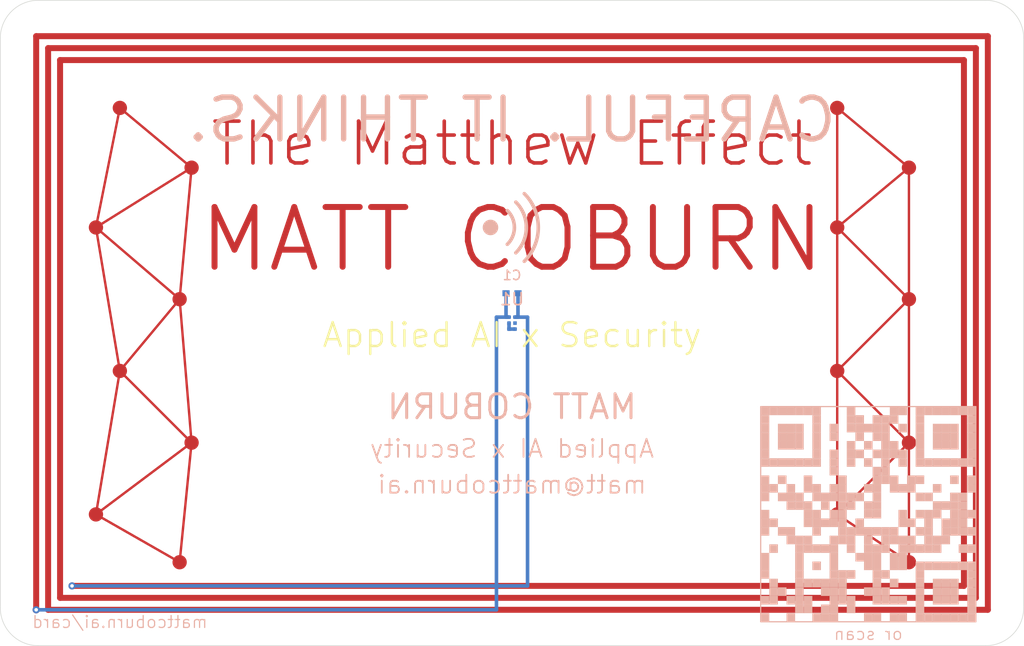
<source format=kicad_pcb>
(kicad_pcb (version 20241229) (generator "pcbnew") (generator_version "9.0")
  (title_block (title "NFC Business Card - Matt Coburn") (date "2026-02-25") (rev "1.0") (comment 1 "Transparent NFC business card for GTC") (comment 2 "NT3H2111 + 47pF tuning cap, 3-turn antenna"))
  (layers (0 "F.Cu" signal "top_copper") (2 "B.Cu" signal "bottom_copper") (13 "F.Paste" user) (15 "B.Paste" user) (5 "F.SilkS" user "F.Silkscreen") (7 "B.SilkS" user "B.Silkscreen") (1 "F.Mask" user) (3 "B.Mask" user) (25 "Edge.Cuts" user))
  (net 0 "")
  (net 1 "antenna")
  (net 2 "GND")
  (gr_line (start 103.18 100) (end 182.42 100) (stroke (width 0.05)) (layer "Edge.Cuts"))
  (gr_line (start 185.6 103.18) (end 185.6 150.8) (stroke (width 0.05)) (layer "Edge.Cuts"))
  (gr_line (start 182.42 153.98) (end 103.18 153.98) (stroke (width 0.05)) (layer "Edge.Cuts"))
  (gr_line (start 100 150.8) (end 100 103.18) (stroke (width 0.05)) (layer "Edge.Cuts"))
  (gr_arc (start 100 103.18) (mid 100.9314 100.9314) (end 103.18 100) (stroke (width 0.05)) (layer "Edge.Cuts"))
  (gr_arc (start 182.42 100) (mid 184.6686 100.9314) (end 185.6 103.18) (stroke (width 0.05)) (layer "Edge.Cuts"))
  (gr_arc (start 185.6 150.8) (mid 184.6686 153.0486) (end 182.42 153.98) (stroke (width 0.05)) (layer "Edge.Cuts"))
  (gr_arc (start 103.18 153.98) (mid 100.9314 153.0486) (end 100 150.8) (stroke (width 0.05)) (layer "Edge.Cuts"))
  (segment (start 103 150.98) (end 103 103) (width 0.5) (layer "F.Cu") (net 1))
  (segment (start 103 103) (end 182.6 103) (width 0.5) (layer "F.Cu") (net 1))
  (segment (start 182.6 103) (end 182.6 150.98) (width 0.5) (layer "F.Cu") (net 1))
  (segment (start 182.6 150.98) (end 104 150.98) (width 0.5) (layer "F.Cu") (net 1))
  (segment (start 104 150.98) (end 104 104) (width 0.5) (layer "F.Cu") (net 1))
  (segment (start 104 104) (end 181.6 104) (width 0.5) (layer "F.Cu") (net 1))
  (segment (start 181.6 104) (end 181.6 149.98) (width 0.5) (layer "F.Cu") (net 1))
  (segment (start 181.6 149.98) (end 105 149.98) (width 0.5) (layer "F.Cu") (net 1))
  (segment (start 105 149.98) (end 105 105) (width 0.5) (layer "F.Cu") (net 1))
  (segment (start 105 105) (end 180.6 105) (width 0.5) (layer "F.Cu") (net 1))
  (segment (start 180.6 105) (end 180.6 148.98) (width 0.5) (layer "F.Cu") (net 1))
  (segment (start 180.6 148.98) (end 106 148.98) (width 0.5) (layer "F.Cu") (net 1))
  (via (at 103 150.98) (size 0.6) (drill 0.3) (layers "F.Cu" "B.Cu") (net 1))
  (via (at 106 148.98) (size 0.6) (drill 0.3) (layers "F.Cu" "B.Cu") (net 1))
  (footprint "NFC:NT3H2111_SOT-886" (layer "B.Cu") (at 142.8 127)
    (property "Reference" "U1" (at 0 -2 0) (layer "B.SilkS") (effects (justify mirror)))
    (property "Value" "NT3H2111")
    (pad "1" smd rect (at -0.25 -0.5) (size 0.3 0.3) (layers "B.Cu" "B.Paste" "B.Mask") (net 1 "antenna"))
    (pad "2" smd rect (at -0.25 0) (size 0.3 0.3) (layers "B.Cu" "B.Paste" "B.Mask") (net 2 "GND"))
    (pad "3" smd rect (at -0.25 0.5) (size 0.3 0.3) (layers "B.Cu" "B.Paste" "B.Mask") (net 2 "GND"))
    (pad "4" smd rect (at 0.25 0.5) (size 0.3 0.3) (layers "B.Cu" "B.Paste" "B.Mask") (net 2 "GND"))
    (pad "5" smd rect (at 0.25 0) (size 0.3 0.3) (layers "B.Cu" "B.Paste" "B.Mask") (net 0 ""))
    (pad "6" smd rect (at 0.25 -0.5) (size 0.3 0.3) (layers "B.Cu" "B.Paste" "B.Mask") (net 1 "antenna"))
  )
  (footprint "Passive:C_0402" (layer "B.Cu") (at 142.8 124.5)
    (property "Reference" "C1" (at 0 -1.5 0) (layer "B.SilkS") (effects (font (size 0.8 0.8) (thickness 0.12)) (justify mirror)))
    (property "Value" "47pF")
    (pad "1" smd rect (at -0.5 0) (size 0.6 0.5) (layers "B.Cu" "B.Paste" "B.Mask") (net 1 "antenna"))
    (pad "2" smd rect (at 0.5 0) (size 0.6 0.5) (layers "B.Cu" "B.Paste" "B.Mask") (net 1 "antenna"))
  )
  (segment (start 103 150.98) (end 141.5 150.98) (width 0.3) (layer "B.Cu") (net 1))
  (segment (start 141.5 150.98) (end 141.5 126.5) (width 0.3) (layer "B.Cu") (net 1))
  (segment (start 141.5 126.5) (end 142.55 126.5) (width 0.3) (layer "B.Cu") (net 1))
  (segment (start 106 148.98) (end 144.1 148.98) (width 0.3) (layer "B.Cu") (net 1))
  (segment (start 144.1 148.98) (end 144.1 126.5) (width 0.3) (layer "B.Cu") (net 1))
  (segment (start 144.1 126.5) (end 143.05 126.5) (width 0.3) (layer "B.Cu") (net 1))
  (segment (start 142.55 126.5) (end 142.3 126.5) (width 0.3) (layer "B.Cu") (net 1))
  (segment (start 142.3 126.5) (end 142.3 124.5) (width 0.3) (layer "B.Cu") (net 1))
  (segment (start 143.05 126.5) (end 143.3 126.5) (width 0.3) (layer "B.Cu") (net 1))
  (segment (start 143.3 126.5) (end 143.3 124.5) (width 0.3) (layer "B.Cu") (net 1))
  (segment (start 142.55 127) (end 142.55 127.5) (width 0.3) (layer "B.Cu") (net 2))
  (segment (start 142.55 127.5) (end 143.05 127.5) (width 0.3) (layer "B.Cu") (net 2))
  (gr_text "The Matthew Effect" (at 142.8 112 0) (layer "F.Cu") (effects (font (size 3.5 3.5) (thickness 0.3))))
  (gr_text "MATT COBURN" (at 142.8 120 0) (layer "F.Cu") (effects (font (size 5 5) (thickness 0.5))))
  (gr_text "Applied AI x Security" (at 142.8 128 0) (layer "F.SilkS") (effects (font (size 2 2) (thickness 0.2))))
  (gr_text "CAREFUL. IT THINKS." (at 142.8 110 0) (layer "B.SilkS") (effects (font (size 3.5 3.5) (thickness 0.45) (bold yes)) (justify mirror)))
  (gr_circle (center 141 119) (end 141.5 119) (stroke (width 0.3)) (fill solid) (layer "B.SilkS"))
  (gr_arc (start 142.41 120.41) (mid 143 119) (end 142.41 117.59) (stroke (width 0.3)) (layer "B.SilkS"))
  (gr_arc (start 143.12 121.12) (mid 144 119) (end 143.12 116.88) (stroke (width 0.3)) (layer "B.SilkS"))
  (gr_arc (start 143.83 121.83) (mid 145 119) (end 143.83 116.17) (stroke (width 0.3)) (layer "B.SilkS"))
  (gr_text "MATT COBURN" (at 142.8 134 0) (layer "B.SilkS") (effects (font (size 2 2) (thickness 0.25) (bold yes)) (justify mirror)))
  (gr_text "Applied AI x Security" (at 142.8 137.5 0) (layer "B.SilkS") (effects (font (size 1.5 1.5)) (justify mirror)))
  (gr_text "matt@mattcoburn.ai" (at 142.8 140.5 0) (layer "B.SilkS") (effects (font (size 1.5 1.5)) (justify mirror)))
  (gr_text "mattcoburn.ai/card" (at 110 152 0) (layer "B.SilkS") (effects (font (size 1 1) (thickness 0.1)) (justify mirror)))
  (gr_rect (start 163.6 133.98) (end 181.6 151.98) (fill none) (layer "B.SilkS"))
  (gr_text "or scan" (at 172.6 153 0) (layer "B.SilkS") (effects (font (size 1 1) (thickness 0.1)) (justify mirror)))
  (gr_circle (center 110 109) (end 110.5 109) (stroke (width 0.2)) (fill solid) (layer "F.Cu"))
  (gr_circle (center 116 114) (end 116.5 114) (stroke (width 0.2)) (fill solid) (layer "F.Cu"))
  (gr_circle (center 108 119) (end 108.5 119) (stroke (width 0.2)) (fill solid) (layer "F.Cu"))
  (gr_circle (center 115 125) (end 115.5 125) (stroke (width 0.2)) (fill solid) (layer "F.Cu"))
  (gr_circle (center 110 131) (end 110.5 131) (stroke (width 0.2)) (fill solid) (layer "F.Cu"))
  (gr_circle (center 116 137) (end 116.5 137) (stroke (width 0.2)) (fill solid) (layer "F.Cu"))
  (gr_circle (center 108 143) (end 108.5 143) (stroke (width 0.2)) (fill solid) (layer "F.Cu"))
  (gr_circle (center 115 147) (end 115.5 147) (stroke (width 0.2)) (fill solid) (layer "F.Cu"))
  (gr_circle (center 170 109) (end 170.5 109) (stroke (width 0.2)) (fill solid) (layer "F.Cu"))
  (gr_circle (center 176 114) (end 176.5 114) (stroke (width 0.2)) (fill solid) (layer "F.Cu"))
  (gr_circle (center 170 119) (end 170.5 119) (stroke (width 0.2)) (fill solid) (layer "F.Cu"))
  (gr_circle (center 176 125) (end 176.5 125) (stroke (width 0.2)) (fill solid) (layer "F.Cu"))
  (gr_circle (center 170 131) (end 170.5 131) (stroke (width 0.2)) (fill solid) (layer "F.Cu"))
  (gr_circle (center 176 137) (end 176.5 137) (stroke (width 0.2)) (fill solid) (layer "F.Cu"))
  (gr_circle (center 170 143) (end 170.5 143) (stroke (width 0.2)) (fill solid) (layer "F.Cu"))
  (gr_circle (center 176 147) (end 176.5 147) (stroke (width 0.2)) (fill solid) (layer "F.Cu"))
  (segment (start 110 109) (end 116 114) (width 0.2) (layer "F.Cu") (net 0))
  (segment (start 110 109) (end 108 119) (width 0.2) (layer "F.Cu") (net 0))
  (segment (start 116 114) (end 108 119) (width 0.2) (layer "F.Cu") (net 0))
  (segment (start 116 114) (end 115 125) (width 0.2) (layer "F.Cu") (net 0))
  (segment (start 108 119) (end 115 125) (width 0.2) (layer "F.Cu") (net 0))
  (segment (start 108 119) (end 110 131) (width 0.2) (layer "F.Cu") (net 0))
  (segment (start 115 125) (end 110 131) (width 0.2) (layer "F.Cu") (net 0))
  (segment (start 115 125) (end 116 137) (width 0.2) (layer "F.Cu") (net 0))
  (segment (start 110 131) (end 116 137) (width 0.2) (layer "F.Cu") (net 0))
  (segment (start 110 131) (end 108 143) (width 0.2) (layer "F.Cu") (net 0))
  (segment (start 116 137) (end 108 143) (width 0.2) (layer "F.Cu") (net 0))
  (segment (start 116 137) (end 115 147) (width 0.2) (layer "F.Cu") (net 0))
  (segment (start 108 143) (end 115 147) (width 0.2) (layer "F.Cu") (net 0))
  (segment (start 170 109) (end 176 114) (width 0.2) (layer "F.Cu") (net 0))
  (segment (start 170 109) (end 170 119) (width 0.2) (layer "F.Cu") (net 0))
  (segment (start 176 114) (end 170 119) (width 0.2) (layer "F.Cu") (net 0))
  (segment (start 176 114) (end 176 125) (width 0.2) (layer "F.Cu") (net 0))
  (segment (start 170 119) (end 176 125) (width 0.2) (layer "F.Cu") (net 0))
  (segment (start 170 119) (end 170 131) (width 0.2) (layer "F.Cu") (net 0))
  (segment (start 176 125) (end 170 131) (width 0.2) (layer "F.Cu") (net 0))
  (segment (start 176 125) (end 176 137) (width 0.2) (layer "F.Cu") (net 0))
  (segment (start 170 131) (end 176 137) (width 0.2) (layer "F.Cu") (net 0))
  (segment (start 170 131) (end 170 143) (width 0.2) (layer "F.Cu") (net 0))
  (segment (start 176 137) (end 170 143) (width 0.2) (layer "F.Cu") (net 0))
  (segment (start 176 137) (end 176 147) (width 0.2) (layer "F.Cu") (net 0))
  (segment (start 170 143) (end 176 147) (width 0.2) (layer "F.Cu") (net 0))
  (gr_rect (start 180.88 133.98) (end 181.6 134.7) (fill solid) (layer "B.SilkS"))
  (gr_rect (start 180.16 133.98) (end 180.88 134.7) (fill solid) (layer "B.SilkS"))
  (gr_rect (start 179.44 133.98) (end 180.16 134.7) (fill solid) (layer "B.SilkS"))
  (gr_rect (start 178.72 133.98) (end 179.44 134.7) (fill solid) (layer "B.SilkS"))
  (gr_rect (start 178.0 133.98) (end 178.72 134.7) (fill solid) (layer "B.SilkS"))
  (gr_rect (start 177.28 133.98) (end 178.0 134.7) (fill solid) (layer "B.SilkS"))
  (gr_rect (start 176.56 133.98) (end 177.28 134.7) (fill solid) (layer "B.SilkS"))
  (gr_rect (start 175.12 133.98) (end 175.84 134.7) (fill solid) (layer "B.SilkS"))
  (gr_rect (start 174.4 133.98) (end 175.12 134.7) (fill solid) (layer "B.SilkS"))
  (gr_rect (start 170.8 133.98) (end 171.52 134.7) (fill solid) (layer "B.SilkS"))
  (gr_rect (start 167.92 133.98) (end 168.64 134.7) (fill solid) (layer "B.SilkS"))
  (gr_rect (start 167.2 133.98) (end 167.92 134.7) (fill solid) (layer "B.SilkS"))
  (gr_rect (start 166.48 133.98) (end 167.2 134.7) (fill solid) (layer "B.SilkS"))
  (gr_rect (start 165.76 133.98) (end 166.48 134.7) (fill solid) (layer "B.SilkS"))
  (gr_rect (start 165.04 133.98) (end 165.76 134.7) (fill solid) (layer "B.SilkS"))
  (gr_rect (start 164.32 133.98) (end 165.04 134.7) (fill solid) (layer "B.SilkS"))
  (gr_rect (start 163.6 133.98) (end 164.32 134.7) (fill solid) (layer "B.SilkS"))
  (gr_rect (start 180.88 134.7) (end 181.6 135.42) (fill solid) (layer "B.SilkS"))
  (gr_rect (start 176.56 134.7) (end 177.28 135.42) (fill solid) (layer "B.SilkS"))
  (gr_rect (start 174.4 134.7) (end 175.12 135.42) (fill solid) (layer "B.SilkS"))
  (gr_rect (start 173.68 134.7) (end 174.4 135.42) (fill solid) (layer "B.SilkS"))
  (gr_rect (start 172.96 134.7) (end 173.68 135.42) (fill solid) (layer "B.SilkS"))
  (gr_rect (start 171.52 134.7) (end 172.24 135.42) (fill solid) (layer "B.SilkS"))
  (gr_rect (start 170.8 134.7) (end 171.52 135.42) (fill solid) (layer "B.SilkS"))
  (gr_rect (start 167.92 134.7) (end 168.64 135.42) (fill solid) (layer "B.SilkS"))
  (gr_rect (start 163.6 134.7) (end 164.32 135.42) (fill solid) (layer "B.SilkS"))
  (gr_rect (start 180.88 135.42) (end 181.6 136.14) (fill solid) (layer "B.SilkS"))
  (gr_rect (start 179.44 135.42) (end 180.16 136.14) (fill solid) (layer "B.SilkS"))
  (gr_rect (start 178.72 135.42) (end 179.44 136.14) (fill solid) (layer "B.SilkS"))
  (gr_rect (start 178.0 135.42) (end 178.72 136.14) (fill solid) (layer "B.SilkS"))
  (gr_rect (start 176.56 135.42) (end 177.28 136.14) (fill solid) (layer "B.SilkS"))
  (gr_rect (start 175.12 135.42) (end 175.84 136.14) (fill solid) (layer "B.SilkS"))
  (gr_rect (start 173.68 135.42) (end 174.4 136.14) (fill solid) (layer "B.SilkS"))
  (gr_rect (start 172.96 135.42) (end 173.68 136.14) (fill solid) (layer "B.SilkS"))
  (gr_rect (start 172.24 135.42) (end 172.96 136.14) (fill solid) (layer "B.SilkS"))
  (gr_rect (start 171.52 135.42) (end 172.24 136.14) (fill solid) (layer "B.SilkS"))
  (gr_rect (start 170.8 135.42) (end 171.52 136.14) (fill solid) (layer "B.SilkS"))
  (gr_rect (start 169.36 135.42) (end 170.08 136.14) (fill solid) (layer "B.SilkS"))
  (gr_rect (start 167.92 135.42) (end 168.64 136.14) (fill solid) (layer "B.SilkS"))
  (gr_rect (start 166.48 135.42) (end 167.2 136.14) (fill solid) (layer "B.SilkS"))
  (gr_rect (start 165.76 135.42) (end 166.48 136.14) (fill solid) (layer "B.SilkS"))
  (gr_rect (start 165.04 135.42) (end 165.76 136.14) (fill solid) (layer "B.SilkS"))
  (gr_rect (start 163.6 135.42) (end 164.32 136.14) (fill solid) (layer "B.SilkS"))
  (gr_rect (start 180.88 136.14) (end 181.6 136.86) (fill solid) (layer "B.SilkS"))
  (gr_rect (start 179.44 136.14) (end 180.16 136.86) (fill solid) (layer "B.SilkS"))
  (gr_rect (start 178.72 136.14) (end 179.44 136.86) (fill solid) (layer "B.SilkS"))
  (gr_rect (start 178.0 136.14) (end 178.72 136.86) (fill solid) (layer "B.SilkS"))
  (gr_rect (start 176.56 136.14) (end 177.28 136.86) (fill solid) (layer "B.SilkS"))
  (gr_rect (start 173.68 136.14) (end 174.4 136.86) (fill solid) (layer "B.SilkS"))
  (gr_rect (start 172.96 136.14) (end 173.68 136.86) (fill solid) (layer "B.SilkS"))
  (gr_rect (start 171.52 136.14) (end 172.24 136.86) (fill solid) (layer "B.SilkS"))
  (gr_rect (start 169.36 136.14) (end 170.08 136.86) (fill solid) (layer "B.SilkS"))
  (gr_rect (start 167.92 136.14) (end 168.64 136.86) (fill solid) (layer "B.SilkS"))
  (gr_rect (start 166.48 136.14) (end 167.2 136.86) (fill solid) (layer "B.SilkS"))
  (gr_rect (start 165.76 136.14) (end 166.48 136.86) (fill solid) (layer "B.SilkS"))
  (gr_rect (start 165.04 136.14) (end 165.76 136.86) (fill solid) (layer "B.SilkS"))
  (gr_rect (start 163.6 136.14) (end 164.32 136.86) (fill solid) (layer "B.SilkS"))
  (gr_rect (start 180.88 136.86) (end 181.6 137.58) (fill solid) (layer "B.SilkS"))
  (gr_rect (start 179.44 136.86) (end 180.16 137.58) (fill solid) (layer "B.SilkS"))
  (gr_rect (start 178.72 136.86) (end 179.44 137.58) (fill solid) (layer "B.SilkS"))
  (gr_rect (start 178.0 136.86) (end 178.72 137.58) (fill solid) (layer "B.SilkS"))
  (gr_rect (start 176.56 136.86) (end 177.28 137.58) (fill solid) (layer "B.SilkS"))
  (gr_rect (start 174.4 136.86) (end 175.12 137.58) (fill solid) (layer "B.SilkS"))
  (gr_rect (start 173.68 136.86) (end 174.4 137.58) (fill solid) (layer "B.SilkS"))
  (gr_rect (start 172.24 136.86) (end 172.96 137.58) (fill solid) (layer "B.SilkS"))
  (gr_rect (start 170.8 136.86) (end 171.52 137.58) (fill solid) (layer "B.SilkS"))
  (gr_rect (start 167.92 136.86) (end 168.64 137.58) (fill solid) (layer "B.SilkS"))
  (gr_rect (start 166.48 136.86) (end 167.2 137.58) (fill solid) (layer "B.SilkS"))
  (gr_rect (start 165.76 136.86) (end 166.48 137.58) (fill solid) (layer "B.SilkS"))
  (gr_rect (start 165.04 136.86) (end 165.76 137.58) (fill solid) (layer "B.SilkS"))
  (gr_rect (start 163.6 136.86) (end 164.32 137.58) (fill solid) (layer "B.SilkS"))
  (gr_rect (start 180.88 137.58) (end 181.6 138.3) (fill solid) (layer "B.SilkS"))
  (gr_rect (start 176.56 137.58) (end 177.28 138.3) (fill solid) (layer "B.SilkS"))
  (gr_rect (start 175.12 137.58) (end 175.84 138.3) (fill solid) (layer "B.SilkS"))
  (gr_rect (start 174.4 137.58) (end 175.12 138.3) (fill solid) (layer "B.SilkS"))
  (gr_rect (start 173.68 137.58) (end 174.4 138.3) (fill solid) (layer "B.SilkS"))
  (gr_rect (start 172.96 137.58) (end 173.68 138.3) (fill solid) (layer "B.SilkS"))
  (gr_rect (start 171.52 137.58) (end 172.24 138.3) (fill solid) (layer "B.SilkS"))
  (gr_rect (start 170.8 137.58) (end 171.52 138.3) (fill solid) (layer "B.SilkS"))
  (gr_rect (start 169.36 137.58) (end 170.08 138.3) (fill solid) (layer "B.SilkS"))
  (gr_rect (start 167.92 137.58) (end 168.64 138.3) (fill solid) (layer "B.SilkS"))
  (gr_rect (start 163.6 137.58) (end 164.32 138.3) (fill solid) (layer "B.SilkS"))
  (gr_rect (start 180.88 138.3) (end 181.6 139.02) (fill solid) (layer "B.SilkS"))
  (gr_rect (start 180.16 138.3) (end 180.88 139.02) (fill solid) (layer "B.SilkS"))
  (gr_rect (start 179.44 138.3) (end 180.16 139.02) (fill solid) (layer "B.SilkS"))
  (gr_rect (start 178.72 138.3) (end 179.44 139.02) (fill solid) (layer "B.SilkS"))
  (gr_rect (start 178.0 138.3) (end 178.72 139.02) (fill solid) (layer "B.SilkS"))
  (gr_rect (start 177.28 138.3) (end 178.0 139.02) (fill solid) (layer "B.SilkS"))
  (gr_rect (start 176.56 138.3) (end 177.28 139.02) (fill solid) (layer "B.SilkS"))
  (gr_rect (start 175.12 138.3) (end 175.84 139.02) (fill solid) (layer "B.SilkS"))
  (gr_rect (start 173.68 138.3) (end 174.4 139.02) (fill solid) (layer "B.SilkS"))
  (gr_rect (start 172.24 138.3) (end 172.96 139.02) (fill solid) (layer "B.SilkS"))
  (gr_rect (start 170.8 138.3) (end 171.52 139.02) (fill solid) (layer "B.SilkS"))
  (gr_rect (start 169.36 138.3) (end 170.08 139.02) (fill solid) (layer "B.SilkS"))
  (gr_rect (start 167.92 138.3) (end 168.64 139.02) (fill solid) (layer "B.SilkS"))
  (gr_rect (start 167.2 138.3) (end 167.92 139.02) (fill solid) (layer "B.SilkS"))
  (gr_rect (start 166.48 138.3) (end 167.2 139.02) (fill solid) (layer "B.SilkS"))
  (gr_rect (start 165.76 138.3) (end 166.48 139.02) (fill solid) (layer "B.SilkS"))
  (gr_rect (start 165.04 138.3) (end 165.76 139.02) (fill solid) (layer "B.SilkS"))
  (gr_rect (start 164.32 138.3) (end 165.04 139.02) (fill solid) (layer "B.SilkS"))
  (gr_rect (start 163.6 138.3) (end 164.32 139.02) (fill solid) (layer "B.SilkS"))
  (gr_rect (start 173.68 139.02) (end 174.4 139.74) (fill solid) (layer "B.SilkS"))
  (gr_rect (start 172.96 139.02) (end 173.68 139.74) (fill solid) (layer "B.SilkS"))
  (gr_rect (start 169.36 139.02) (end 170.08 139.74) (fill solid) (layer "B.SilkS"))
  (gr_rect (start 180.88 139.74) (end 181.6 140.46) (fill solid) (layer "B.SilkS"))
  (gr_rect (start 179.44 139.74) (end 180.16 140.46) (fill solid) (layer "B.SilkS"))
  (gr_rect (start 176.56 139.74) (end 177.28 140.46) (fill solid) (layer "B.SilkS"))
  (gr_rect (start 175.84 139.74) (end 176.56 140.46) (fill solid) (layer "B.SilkS"))
  (gr_rect (start 174.4 139.74) (end 175.12 140.46) (fill solid) (layer "B.SilkS"))
  (gr_rect (start 173.68 139.74) (end 174.4 140.46) (fill solid) (layer "B.SilkS"))
  (gr_rect (start 172.96 139.74) (end 173.68 140.46) (fill solid) (layer "B.SilkS"))
  (gr_rect (start 170.08 139.74) (end 170.8 140.46) (fill solid) (layer "B.SilkS"))
  (gr_rect (start 167.2 139.74) (end 167.92 140.46) (fill solid) (layer "B.SilkS"))
  (gr_rect (start 165.04 139.74) (end 165.76 140.46) (fill solid) (layer "B.SilkS"))
  (gr_rect (start 163.6 139.74) (end 164.32 140.46) (fill solid) (layer "B.SilkS"))
  (gr_rect (start 180.88 140.46) (end 181.6 141.18) (fill solid) (layer "B.SilkS"))
  (gr_rect (start 178.0 140.46) (end 178.72 141.18) (fill solid) (layer "B.SilkS"))
  (gr_rect (start 175.84 140.46) (end 176.56 141.18) (fill solid) (layer "B.SilkS"))
  (gr_rect (start 175.12 140.46) (end 175.84 141.18) (fill solid) (layer "B.SilkS"))
  (gr_rect (start 174.4 140.46) (end 175.12 141.18) (fill solid) (layer "B.SilkS"))
  (gr_rect (start 172.96 140.46) (end 173.68 141.18) (fill solid) (layer "B.SilkS"))
  (gr_rect (start 172.24 140.46) (end 172.96 141.18) (fill solid) (layer "B.SilkS"))
  (gr_rect (start 170.08 140.46) (end 170.8 141.18) (fill solid) (layer "B.SilkS"))
  (gr_rect (start 169.36 140.46) (end 170.08 141.18) (fill solid) (layer "B.SilkS"))
  (gr_rect (start 167.92 140.46) (end 168.64 141.18) (fill solid) (layer "B.SilkS"))
  (gr_rect (start 167.2 140.46) (end 167.92 141.18) (fill solid) (layer "B.SilkS"))
  (gr_rect (start 165.76 140.46) (end 166.48 141.18) (fill solid) (layer "B.SilkS"))
  (gr_rect (start 164.32 140.46) (end 165.04 141.18) (fill solid) (layer "B.SilkS"))
  (gr_rect (start 163.6 140.46) (end 164.32 141.18) (fill solid) (layer "B.SilkS"))
  (gr_rect (start 180.16 141.18) (end 180.88 141.9) (fill solid) (layer "B.SilkS"))
  (gr_rect (start 179.44 141.18) (end 180.16 141.9) (fill solid) (layer "B.SilkS"))
  (gr_rect (start 177.28 141.18) (end 178.0 141.9) (fill solid) (layer "B.SilkS"))
  (gr_rect (start 176.56 141.18) (end 177.28 141.9) (fill solid) (layer "B.SilkS"))
  (gr_rect (start 172.96 141.18) (end 173.68 141.9) (fill solid) (layer "B.SilkS"))
  (gr_rect (start 171.52 141.18) (end 172.24 141.9) (fill solid) (layer "B.SilkS"))
  (gr_rect (start 170.8 141.18) (end 171.52 141.9) (fill solid) (layer "B.SilkS"))
  (gr_rect (start 170.08 141.18) (end 170.8 141.9) (fill solid) (layer "B.SilkS"))
  (gr_rect (start 169.36 141.18) (end 170.08 141.9) (fill solid) (layer "B.SilkS"))
  (gr_rect (start 168.64 141.18) (end 169.36 141.9) (fill solid) (layer "B.SilkS"))
  (gr_rect (start 167.92 141.18) (end 168.64 141.9) (fill solid) (layer "B.SilkS"))
  (gr_rect (start 166.48 141.18) (end 167.2 141.9) (fill solid) (layer "B.SilkS"))
  (gr_rect (start 165.76 141.18) (end 166.48 141.9) (fill solid) (layer "B.SilkS"))
  (gr_rect (start 165.04 141.18) (end 165.76 141.9) (fill solid) (layer "B.SilkS"))
  (gr_rect (start 163.6 141.18) (end 164.32 141.9) (fill solid) (layer "B.SilkS"))
  (gr_rect (start 180.16 141.9) (end 180.88 142.62) (fill solid) (layer "B.SilkS"))
  (gr_rect (start 179.44 141.9) (end 180.16 142.62) (fill solid) (layer "B.SilkS"))
  (gr_rect (start 178.72 141.9) (end 179.44 142.62) (fill solid) (layer "B.SilkS"))
  (gr_rect (start 178.0 141.9) (end 178.72 142.62) (fill solid) (layer "B.SilkS"))
  (gr_rect (start 172.96 141.9) (end 173.68 142.62) (fill solid) (layer "B.SilkS"))
  (gr_rect (start 172.24 141.9) (end 172.96 142.62) (fill solid) (layer "B.SilkS"))
  (gr_rect (start 170.8 141.9) (end 171.52 142.62) (fill solid) (layer "B.SilkS"))
  (gr_rect (start 170.08 141.9) (end 170.8 142.62) (fill solid) (layer "B.SilkS"))
  (gr_rect (start 168.64 141.9) (end 169.36 142.62) (fill solid) (layer "B.SilkS"))
  (gr_rect (start 167.2 141.9) (end 167.92 142.62) (fill solid) (layer "B.SilkS"))
  (gr_rect (start 166.48 141.9) (end 167.2 142.62) (fill solid) (layer "B.SilkS"))
  (gr_rect (start 165.76 141.9) (end 166.48 142.62) (fill solid) (layer "B.SilkS"))
  (gr_rect (start 180.88 142.62) (end 181.6 143.34) (fill solid) (layer "B.SilkS"))
  (gr_rect (start 180.16 142.62) (end 180.88 143.34) (fill solid) (layer "B.SilkS"))
  (gr_rect (start 179.44 142.62) (end 180.16 143.34) (fill solid) (layer "B.SilkS"))
  (gr_rect (start 178.0 142.62) (end 178.72 143.34) (fill solid) (layer "B.SilkS"))
  (gr_rect (start 177.28 142.62) (end 178.0 143.34) (fill solid) (layer "B.SilkS"))
  (gr_rect (start 176.56 142.62) (end 177.28 143.34) (fill solid) (layer "B.SilkS"))
  (gr_rect (start 175.12 142.62) (end 175.84 143.34) (fill solid) (layer "B.SilkS"))
  (gr_rect (start 172.96 142.62) (end 173.68 143.34) (fill solid) (layer "B.SilkS"))
  (gr_rect (start 172.24 142.62) (end 172.96 143.34) (fill solid) (layer "B.SilkS"))
  (gr_rect (start 170.08 142.62) (end 170.8 143.34) (fill solid) (layer "B.SilkS"))
  (gr_rect (start 169.36 142.62) (end 170.08 143.34) (fill solid) (layer "B.SilkS"))
  (gr_rect (start 167.92 142.62) (end 168.64 143.34) (fill solid) (layer "B.SilkS"))
  (gr_rect (start 167.2 142.62) (end 167.92 143.34) (fill solid) (layer "B.SilkS"))
  (gr_rect (start 163.6 142.62) (end 164.32 143.34) (fill solid) (layer "B.SilkS"))
  (gr_rect (start 180.16 143.34) (end 180.88 144.06) (fill solid) (layer "B.SilkS"))
  (gr_rect (start 179.44 143.34) (end 180.16 144.06) (fill solid) (layer "B.SilkS"))
  (gr_rect (start 178.72 143.34) (end 179.44 144.06) (fill solid) (layer "B.SilkS"))
  (gr_rect (start 177.28 143.34) (end 178.0 144.06) (fill solid) (layer "B.SilkS"))
  (gr_rect (start 175.84 143.34) (end 176.56 144.06) (fill solid) (layer "B.SilkS"))
  (gr_rect (start 175.12 143.34) (end 175.84 144.06) (fill solid) (layer "B.SilkS"))
  (gr_rect (start 171.52 143.34) (end 172.24 144.06) (fill solid) (layer "B.SilkS"))
  (gr_rect (start 170.08 143.34) (end 170.8 144.06) (fill solid) (layer "B.SilkS"))
  (gr_rect (start 169.36 143.34) (end 170.08 144.06) (fill solid) (layer "B.SilkS"))
  (gr_rect (start 168.64 143.34) (end 169.36 144.06) (fill solid) (layer "B.SilkS"))
  (gr_rect (start 167.92 143.34) (end 168.64 144.06) (fill solid) (layer "B.SilkS"))
  (gr_rect (start 167.2 143.34) (end 167.92 144.06) (fill solid) (layer "B.SilkS"))
  (gr_rect (start 164.32 143.34) (end 165.04 144.06) (fill solid) (layer "B.SilkS"))
  (gr_rect (start 163.6 143.34) (end 164.32 144.06) (fill solid) (layer "B.SilkS"))
  (gr_rect (start 180.88 144.06) (end 181.6 144.78) (fill solid) (layer "B.SilkS"))
  (gr_rect (start 180.16 144.06) (end 180.88 144.78) (fill solid) (layer "B.SilkS"))
  (gr_rect (start 179.44 144.06) (end 180.16 144.78) (fill solid) (layer "B.SilkS"))
  (gr_rect (start 178.72 144.06) (end 179.44 144.78) (fill solid) (layer "B.SilkS"))
  (gr_rect (start 177.28 144.06) (end 178.0 144.78) (fill solid) (layer "B.SilkS"))
  (gr_rect (start 176.56 144.06) (end 177.28 144.78) (fill solid) (layer "B.SilkS"))
  (gr_rect (start 174.4 144.06) (end 175.12 144.78) (fill solid) (layer "B.SilkS"))
  (gr_rect (start 173.68 144.06) (end 174.4 144.78) (fill solid) (layer "B.SilkS"))
  (gr_rect (start 172.96 144.06) (end 173.68 144.78) (fill solid) (layer "B.SilkS"))
  (gr_rect (start 172.24 144.06) (end 172.96 144.78) (fill solid) (layer "B.SilkS"))
  (gr_rect (start 171.52 144.06) (end 172.24 144.78) (fill solid) (layer "B.SilkS"))
  (gr_rect (start 170.8 144.06) (end 171.52 144.78) (fill solid) (layer "B.SilkS"))
  (gr_rect (start 170.08 144.06) (end 170.8 144.78) (fill solid) (layer "B.SilkS"))
  (gr_rect (start 167.92 144.06) (end 168.64 144.78) (fill solid) (layer "B.SilkS"))
  (gr_rect (start 165.76 144.06) (end 166.48 144.78) (fill solid) (layer "B.SilkS"))
  (gr_rect (start 165.04 144.06) (end 165.76 144.78) (fill solid) (layer "B.SilkS"))
  (gr_rect (start 163.6 144.06) (end 164.32 144.78) (fill solid) (layer "B.SilkS"))
  (gr_rect (start 178.72 144.78) (end 179.44 145.5) (fill solid) (layer "B.SilkS"))
  (gr_rect (start 178.0 144.78) (end 178.72 145.5) (fill solid) (layer "B.SilkS"))
  (gr_rect (start 177.28 144.78) (end 178.0 145.5) (fill solid) (layer "B.SilkS"))
  (gr_rect (start 175.84 144.78) (end 176.56 145.5) (fill solid) (layer "B.SilkS"))
  (gr_rect (start 175.12 144.78) (end 175.84 145.5) (fill solid) (layer "B.SilkS"))
  (gr_rect (start 174.4 144.78) (end 175.12 145.5) (fill solid) (layer "B.SilkS"))
  (gr_rect (start 173.68 144.78) (end 174.4 145.5) (fill solid) (layer "B.SilkS"))
  (gr_rect (start 172.24 144.78) (end 172.96 145.5) (fill solid) (layer "B.SilkS"))
  (gr_rect (start 170.8 144.78) (end 171.52 145.5) (fill solid) (layer "B.SilkS"))
  (gr_rect (start 170.08 144.78) (end 170.8 145.5) (fill solid) (layer "B.SilkS"))
  (gr_rect (start 169.36 144.78) (end 170.08 145.5) (fill solid) (layer "B.SilkS"))
  (gr_rect (start 167.2 144.78) (end 167.92 145.5) (fill solid) (layer "B.SilkS"))
  (gr_rect (start 166.48 144.78) (end 167.2 145.5) (fill solid) (layer "B.SilkS"))
  (gr_rect (start 165.76 144.78) (end 166.48 145.5) (fill solid) (layer "B.SilkS"))
  (gr_rect (start 180.88 145.5) (end 181.6 146.22) (fill solid) (layer "B.SilkS"))
  (gr_rect (start 180.16 145.5) (end 180.88 146.22) (fill solid) (layer "B.SilkS"))
  (gr_rect (start 178.0 145.5) (end 178.72 146.22) (fill solid) (layer "B.SilkS"))
  (gr_rect (start 177.28 145.5) (end 178.0 146.22) (fill solid) (layer "B.SilkS"))
  (gr_rect (start 176.56 145.5) (end 177.28 146.22) (fill solid) (layer "B.SilkS"))
  (gr_rect (start 175.84 145.5) (end 176.56 146.22) (fill solid) (layer "B.SilkS"))
  (gr_rect (start 175.12 145.5) (end 175.84 146.22) (fill solid) (layer "B.SilkS"))
  (gr_rect (start 173.68 145.5) (end 174.4 146.22) (fill solid) (layer "B.SilkS"))
  (gr_rect (start 172.96 145.5) (end 173.68 146.22) (fill solid) (layer "B.SilkS"))
  (gr_rect (start 172.24 145.5) (end 172.96 146.22) (fill solid) (layer "B.SilkS"))
  (gr_rect (start 170.8 145.5) (end 171.52 146.22) (fill solid) (layer "B.SilkS"))
  (gr_rect (start 169.36 145.5) (end 170.08 146.22) (fill solid) (layer "B.SilkS"))
  (gr_rect (start 168.64 145.5) (end 169.36 146.22) (fill solid) (layer "B.SilkS"))
  (gr_rect (start 167.92 145.5) (end 168.64 146.22) (fill solid) (layer "B.SilkS"))
  (gr_rect (start 167.2 145.5) (end 167.92 146.22) (fill solid) (layer "B.SilkS"))
  (gr_rect (start 166.48 145.5) (end 167.2 146.22) (fill solid) (layer "B.SilkS"))
  (gr_rect (start 164.32 145.5) (end 165.04 146.22) (fill solid) (layer "B.SilkS"))
  (gr_rect (start 175.12 146.22) (end 175.84 146.94) (fill solid) (layer "B.SilkS"))
  (gr_rect (start 174.4 146.22) (end 175.12 146.94) (fill solid) (layer "B.SilkS"))
  (gr_rect (start 172.96 146.22) (end 173.68 146.94) (fill solid) (layer "B.SilkS"))
  (gr_rect (start 172.24 146.22) (end 172.96 146.94) (fill solid) (layer "B.SilkS"))
  (gr_rect (start 171.52 146.22) (end 172.24 146.94) (fill solid) (layer "B.SilkS"))
  (gr_rect (start 169.36 146.22) (end 170.08 146.94) (fill solid) (layer "B.SilkS"))
  (gr_rect (start 166.48 146.22) (end 167.2 146.94) (fill solid) (layer "B.SilkS"))
  (gr_rect (start 163.6 146.22) (end 164.32 146.94) (fill solid) (layer "B.SilkS"))
  (gr_rect (start 180.88 146.94) (end 181.6 147.66) (fill solid) (layer "B.SilkS"))
  (gr_rect (start 180.16 146.94) (end 180.88 147.66) (fill solid) (layer "B.SilkS"))
  (gr_rect (start 179.44 146.94) (end 180.16 147.66) (fill solid) (layer "B.SilkS"))
  (gr_rect (start 178.72 146.94) (end 179.44 147.66) (fill solid) (layer "B.SilkS"))
  (gr_rect (start 178.0 146.94) (end 178.72 147.66) (fill solid) (layer "B.SilkS"))
  (gr_rect (start 177.28 146.94) (end 178.0 147.66) (fill solid) (layer "B.SilkS"))
  (gr_rect (start 176.56 146.94) (end 177.28 147.66) (fill solid) (layer "B.SilkS"))
  (gr_rect (start 175.12 146.94) (end 175.84 147.66) (fill solid) (layer "B.SilkS"))
  (gr_rect (start 174.4 146.94) (end 175.12 147.66) (fill solid) (layer "B.SilkS"))
  (gr_rect (start 172.96 146.94) (end 173.68 147.66) (fill solid) (layer "B.SilkS"))
  (gr_rect (start 172.24 146.94) (end 172.96 147.66) (fill solid) (layer "B.SilkS"))
  (gr_rect (start 169.36 146.94) (end 170.08 147.66) (fill solid) (layer "B.SilkS"))
  (gr_rect (start 167.92 146.94) (end 168.64 147.66) (fill solid) (layer "B.SilkS"))
  (gr_rect (start 166.48 146.94) (end 167.2 147.66) (fill solid) (layer "B.SilkS"))
  (gr_rect (start 163.6 146.94) (end 164.32 147.66) (fill solid) (layer "B.SilkS"))
  (gr_rect (start 180.88 147.66) (end 181.6 148.38) (fill solid) (layer "B.SilkS"))
  (gr_rect (start 176.56 147.66) (end 177.28 148.38) (fill solid) (layer "B.SilkS"))
  (gr_rect (start 173.68 147.66) (end 174.4 148.38) (fill solid) (layer "B.SilkS"))
  (gr_rect (start 172.96 147.66) (end 173.68 148.38) (fill solid) (layer "B.SilkS"))
  (gr_rect (start 170.8 147.66) (end 171.52 148.38) (fill solid) (layer "B.SilkS"))
  (gr_rect (start 170.08 147.66) (end 170.8 148.38) (fill solid) (layer "B.SilkS"))
  (gr_rect (start 169.36 147.66) (end 170.08 148.38) (fill solid) (layer "B.SilkS"))
  (gr_rect (start 166.48 147.66) (end 167.2 148.38) (fill solid) (layer "B.SilkS"))
  (gr_rect (start 163.6 147.66) (end 164.32 148.38) (fill solid) (layer "B.SilkS"))
  (gr_rect (start 180.88 148.38) (end 181.6 149.1) (fill solid) (layer "B.SilkS"))
  (gr_rect (start 179.44 148.38) (end 180.16 149.1) (fill solid) (layer "B.SilkS"))
  (gr_rect (start 178.72 148.38) (end 179.44 149.1) (fill solid) (layer "B.SilkS"))
  (gr_rect (start 178.0 148.38) (end 178.72 149.1) (fill solid) (layer "B.SilkS"))
  (gr_rect (start 176.56 148.38) (end 177.28 149.1) (fill solid) (layer "B.SilkS"))
  (gr_rect (start 174.4 148.38) (end 175.12 149.1) (fill solid) (layer "B.SilkS"))
  (gr_rect (start 172.96 148.38) (end 173.68 149.1) (fill solid) (layer "B.SilkS"))
  (gr_rect (start 170.08 148.38) (end 170.8 149.1) (fill solid) (layer "B.SilkS"))
  (gr_rect (start 169.36 148.38) (end 170.08 149.1) (fill solid) (layer "B.SilkS"))
  (gr_rect (start 168.64 148.38) (end 169.36 149.1) (fill solid) (layer "B.SilkS"))
  (gr_rect (start 167.92 148.38) (end 168.64 149.1) (fill solid) (layer "B.SilkS"))
  (gr_rect (start 167.2 148.38) (end 167.92 149.1) (fill solid) (layer "B.SilkS"))
  (gr_rect (start 166.48 148.38) (end 167.2 149.1) (fill solid) (layer "B.SilkS"))
  (gr_rect (start 164.32 148.38) (end 165.04 149.1) (fill solid) (layer "B.SilkS"))
  (gr_rect (start 180.88 149.1) (end 181.6 149.82) (fill solid) (layer "B.SilkS"))
  (gr_rect (start 179.44 149.1) (end 180.16 149.82) (fill solid) (layer "B.SilkS"))
  (gr_rect (start 178.72 149.1) (end 179.44 149.82) (fill solid) (layer "B.SilkS"))
  (gr_rect (start 178.0 149.1) (end 178.72 149.82) (fill solid) (layer "B.SilkS"))
  (gr_rect (start 176.56 149.1) (end 177.28 149.82) (fill solid) (layer "B.SilkS"))
  (gr_rect (start 173.68 149.1) (end 174.4 149.82) (fill solid) (layer "B.SilkS"))
  (gr_rect (start 172.96 149.1) (end 173.68 149.82) (fill solid) (layer "B.SilkS"))
  (gr_rect (start 172.24 149.1) (end 172.96 149.82) (fill solid) (layer "B.SilkS"))
  (gr_rect (start 170.08 149.1) (end 170.8 149.82) (fill solid) (layer "B.SilkS"))
  (gr_rect (start 169.36 149.1) (end 170.08 149.82) (fill solid) (layer "B.SilkS"))
  (gr_rect (start 168.64 149.1) (end 169.36 149.82) (fill solid) (layer "B.SilkS"))
  (gr_rect (start 166.48 149.1) (end 167.2 149.82) (fill solid) (layer "B.SilkS"))
  (gr_rect (start 165.04 149.1) (end 165.76 149.82) (fill solid) (layer "B.SilkS"))
  (gr_rect (start 164.32 149.1) (end 165.04 149.82) (fill solid) (layer "B.SilkS"))
  (gr_rect (start 180.88 149.82) (end 181.6 150.54) (fill solid) (layer "B.SilkS"))
  (gr_rect (start 179.44 149.82) (end 180.16 150.54) (fill solid) (layer "B.SilkS"))
  (gr_rect (start 178.72 149.82) (end 179.44 150.54) (fill solid) (layer "B.SilkS"))
  (gr_rect (start 178.0 149.82) (end 178.72 150.54) (fill solid) (layer "B.SilkS"))
  (gr_rect (start 176.56 149.82) (end 177.28 150.54) (fill solid) (layer "B.SilkS"))
  (gr_rect (start 175.12 149.82) (end 175.84 150.54) (fill solid) (layer "B.SilkS"))
  (gr_rect (start 174.4 149.82) (end 175.12 150.54) (fill solid) (layer "B.SilkS"))
  (gr_rect (start 173.68 149.82) (end 174.4 150.54) (fill solid) (layer "B.SilkS"))
  (gr_rect (start 172.96 149.82) (end 173.68 150.54) (fill solid) (layer "B.SilkS"))
  (gr_rect (start 170.8 149.82) (end 171.52 150.54) (fill solid) (layer "B.SilkS"))
  (gr_rect (start 170.08 149.82) (end 170.8 150.54) (fill solid) (layer "B.SilkS"))
  (gr_rect (start 169.36 149.82) (end 170.08 150.54) (fill solid) (layer "B.SilkS"))
  (gr_rect (start 167.2 149.82) (end 167.92 150.54) (fill solid) (layer "B.SilkS"))
  (gr_rect (start 166.48 149.82) (end 167.2 150.54) (fill solid) (layer "B.SilkS"))
  (gr_rect (start 165.76 149.82) (end 166.48 150.54) (fill solid) (layer "B.SilkS"))
  (gr_rect (start 164.32 149.82) (end 165.04 150.54) (fill solid) (layer "B.SilkS"))
  (gr_rect (start 163.6 149.82) (end 164.32 150.54) (fill solid) (layer "B.SilkS"))
  (gr_rect (start 180.88 150.54) (end 181.6 151.26) (fill solid) (layer "B.SilkS"))
  (gr_rect (start 176.56 150.54) (end 177.28 151.26) (fill solid) (layer "B.SilkS"))
  (gr_rect (start 170.8 150.54) (end 171.52 151.26) (fill solid) (layer "B.SilkS"))
  (gr_rect (start 169.36 150.54) (end 170.08 151.26) (fill solid) (layer "B.SilkS"))
  (gr_rect (start 168.64 150.54) (end 169.36 151.26) (fill solid) (layer "B.SilkS"))
  (gr_rect (start 167.2 150.54) (end 167.92 151.26) (fill solid) (layer "B.SilkS"))
  (gr_rect (start 166.48 150.54) (end 167.2 151.26) (fill solid) (layer "B.SilkS"))
  (gr_rect (start 180.88 151.26) (end 181.6 151.98) (fill solid) (layer "B.SilkS"))
  (gr_rect (start 180.16 151.26) (end 180.88 151.98) (fill solid) (layer "B.SilkS"))
  (gr_rect (start 179.44 151.26) (end 180.16 151.98) (fill solid) (layer "B.SilkS"))
  (gr_rect (start 178.72 151.26) (end 179.44 151.98) (fill solid) (layer "B.SilkS"))
  (gr_rect (start 178.0 151.26) (end 178.72 151.98) (fill solid) (layer "B.SilkS"))
  (gr_rect (start 177.28 151.26) (end 178.0 151.98) (fill solid) (layer "B.SilkS"))
  (gr_rect (start 176.56 151.26) (end 177.28 151.98) (fill solid) (layer "B.SilkS"))
  (gr_rect (start 175.12 151.26) (end 175.84 151.98) (fill solid) (layer "B.SilkS"))
  (gr_rect (start 174.4 151.26) (end 175.12 151.98) (fill solid) (layer "B.SilkS"))
  (gr_rect (start 172.96 151.26) (end 173.68 151.98) (fill solid) (layer "B.SilkS"))
  (gr_rect (start 172.24 151.26) (end 172.96 151.98) (fill solid) (layer "B.SilkS"))
  (gr_rect (start 169.36 151.26) (end 170.08 151.98) (fill solid) (layer "B.SilkS"))
  (gr_rect (start 168.64 151.26) (end 169.36 151.98) (fill solid) (layer "B.SilkS"))
  (gr_rect (start 167.92 151.26) (end 168.64 151.98) (fill solid) (layer "B.SilkS"))
  (gr_rect (start 165.76 151.26) (end 166.48 151.98) (fill solid) (layer "B.SilkS"))
  (gr_rect (start 163.6 151.26) (end 164.32 151.98) (fill solid) (layer "B.SilkS"))
)
</source>
